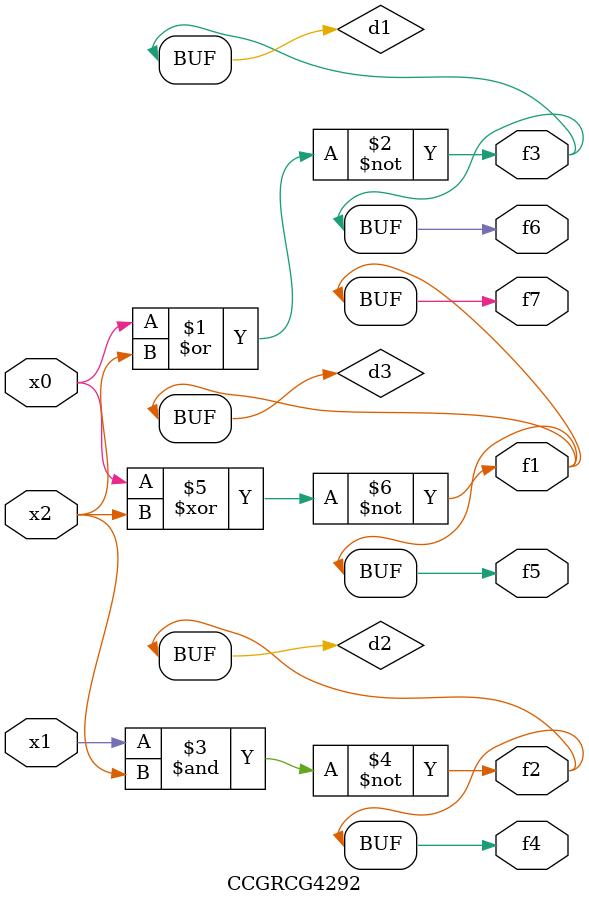
<source format=v>
module CCGRCG4292(
	input x0, x1, x2,
	output f1, f2, f3, f4, f5, f6, f7
);

	wire d1, d2, d3;

	nor (d1, x0, x2);
	nand (d2, x1, x2);
	xnor (d3, x0, x2);
	assign f1 = d3;
	assign f2 = d2;
	assign f3 = d1;
	assign f4 = d2;
	assign f5 = d3;
	assign f6 = d1;
	assign f7 = d3;
endmodule

</source>
